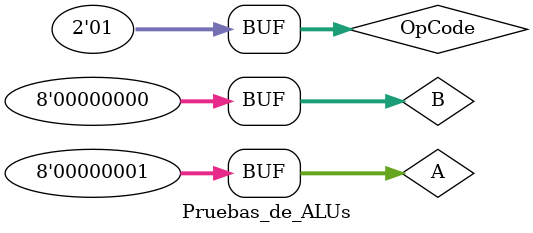
<source format=sv>
`timescale 1ns / 1ps
/* Testbench para comparar el funcionamiento de la ALU de referencia con la ALU entregada en el guia 4*/

module Pruebas_de_ALUs();
    logic [7:0]A, B;
    logic [1:0]OpCode;
    logic [7:0]Result1, Result;
    logic [4:0]Flags1, Flags; 
    
    ALU_ref DUT1(
        .A(A),
        .B(B),
        .OpCode(OpCode),
        .Result(Result),
        .Flags(Flags));
        
    S4_actividad3 DUT2( 
        .A(A),
        .B(B),
        .OpCode(OpCode),
        .Result(Result1),
        .Flags(Flags1));
        
initial begin           
    A = 8'd2;
    B = 8'd4;
    OpCode = 2'b10;
 #20
     A = 8'd2;
    B = 8'd4;
    OpCode = 2'b11;
 #20
     A = 8'd3;
    B = 8'd6;
    OpCode = 2'b10;
 #20
     A = 8'd3;
    B = 8'd6;
    OpCode = 2'b11;
 #20
     A = 8'd8;
    B = 8'd3;
    OpCode = 2'b10;
 #20
     A = 8'd8;
    B = 8'd3;
    OpCode = 2'b11;
 #20
     A = 8'd1;
    B = 8'd0;
    OpCode = 2'b00;
 #20
     A = 8'd1;
    B = 8'd0;
    OpCode = 2'b01;
 end
 endmodule

</source>
